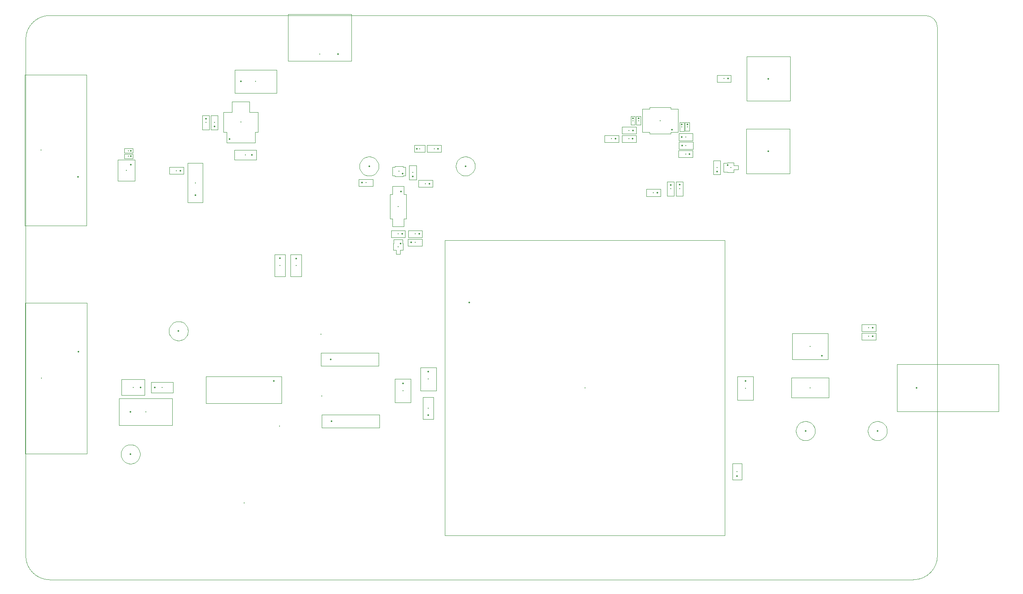
<source format=gbr>
%TF.GenerationSoftware,KiCad,Pcbnew,9.0.3*%
%TF.CreationDate,2025-09-16T13:25:54-04:00*%
%TF.ProjectId,CAEN_NEVIS_DAQ_3p3V,4341454e-5f4e-4455-9649-535f4441515f,rev?*%
%TF.SameCoordinates,Original*%
%TF.FileFunction,Component,L1,Top*%
%TF.FilePolarity,Positive*%
%FSLAX46Y46*%
G04 Gerber Fmt 4.6, Leading zero omitted, Abs format (unit mm)*
G04 Created by KiCad (PCBNEW 9.0.3) date 2025-09-16 13:25:54*
%MOMM*%
%LPD*%
G01*
G04 APERTURE LIST*
%TA.AperFunction,ComponentMain*%
%ADD10C,0.300000*%
%TD*%
%TA.AperFunction,ComponentOutline,Courtyard*%
%ADD11C,0.100000*%
%TD*%
%TA.AperFunction,ComponentPin*%
%ADD12P,0.360000X4X0.000000*%
%TD*%
%TA.AperFunction,ComponentPin*%
%ADD13C,0.100000*%
%TD*%
%TA.AperFunction,ComponentOutline,Footprint*%
%ADD14C,0.100000*%
%TD*%
%TA.AperFunction,Profile*%
%ADD15C,0.050000*%
%TD*%
G04 APERTURE END LIST*
D10*
%TO.C,LED1*%
%TO.CFtp,LED_0AS75000_WRE*%
%TO.CVal,150060GS75000*%
%TO.CLbN,Wurth_Elektronik*%
%TO.CMnt,SMD*%
%TO.CRot,0*%
X129615000Y-50235000D03*
D11*
X130714900Y-49541500D02*
X130714900Y-50928500D01*
X128515100Y-50928500D01*
X128515100Y-49541500D01*
X130714900Y-49541500D01*
D12*
%TO.P,LED1,1*%
X128986350Y-50235000D03*
D13*
%TO.P,LED1,2*%
X130243650Y-50235000D03*
%TD*%
D10*
%TO.C,C1*%
%TO.CFtp,CP_EIA-3528-12_Kemet-T*%
%TO.CVal,100uF*%
%TO.CLbN,Capacitor_Tantalum_SMD*%
%TO.CMnt,SMD*%
%TO.CRot,-90*%
X131400000Y-98225000D03*
D11*
X133045000Y-95780000D02*
X133045000Y-100670000D01*
X129755000Y-100670000D01*
X129755000Y-95780000D01*
X133045000Y-95780000D01*
D12*
%TO.P,C1,1*%
X131400000Y-96687500D03*
D13*
%TO.P,C1,2*%
X131400000Y-99762500D03*
%TD*%
D10*
%TO.C,C23*%
%TO.CFtp,C_0402_1005Metric*%
%TO.CVal,0.1uF*%
%TO.CLbN,Capacitor_SMD*%
%TO.CMnt,SMD*%
%TO.CRot,180*%
X68920000Y-51800000D03*
D11*
X69825000Y-51345000D02*
X69825000Y-52255000D01*
X68015000Y-52255000D01*
X68015000Y-51345000D01*
X69825000Y-51345000D01*
D12*
%TO.P,C23,1*%
X69400000Y-51800000D03*
D13*
%TO.P,C23,2*%
X68440000Y-51800000D03*
%TD*%
D10*
%TO.C,C15*%
%TO.CFtp,C_0603_1608Metric*%
%TO.CVal,1uF*%
%TO.CLbN,Capacitor_SMD*%
%TO.CMnt,SMD*%
%TO.CRot,-90*%
X181910000Y-58590000D03*
D11*
X182635000Y-57115000D02*
X182635000Y-60065000D01*
X181185000Y-60065000D01*
X181185000Y-57115000D01*
X182635000Y-57115000D01*
D12*
%TO.P,C15,1*%
X181910000Y-57815000D03*
D13*
%TO.P,C15,2*%
X181910000Y-59365000D03*
%TD*%
D10*
%TO.C,C16*%
%TO.CFtp,C_0603_1608Metric*%
%TO.CVal,0.1uF*%
%TO.CLbN,Capacitor_SMD*%
%TO.CMnt,SMD*%
%TO.CRot,-90*%
X85045000Y-44788750D03*
D11*
X85770000Y-43313750D02*
X85770000Y-46263750D01*
X84320000Y-46263750D01*
X84320000Y-43313750D01*
X85770000Y-43313750D01*
D12*
%TO.P,C16,1*%
X85045000Y-44013750D03*
D13*
%TO.P,C16,2*%
X85045000Y-45563750D03*
%TD*%
D10*
%TO.C,R14*%
%TO.CFtp,R_0603_1608Metric*%
%TO.CVal,150*%
%TO.CLbN,Resistor_SMD*%
%TO.CMnt,SMD*%
%TO.CRot,180*%
X193010000Y-35650000D03*
D11*
X194485000Y-34925000D02*
X194485000Y-36375000D01*
X191535000Y-36375000D01*
X191535000Y-34925000D01*
X194485000Y-34925000D01*
D12*
%TO.P,R14,1*%
X193835000Y-35650000D03*
D13*
%TO.P,R14,2*%
X192185000Y-35650000D03*
%TD*%
D10*
%TO.C,R12*%
%TO.CFtp,R_0603_1608Metric*%
%TO.CVal,24.9*%
%TO.CLbN,Resistor_SMD*%
%TO.CMnt,SMD*%
%TO.CRot,180*%
X178290000Y-59405000D03*
D11*
X179765000Y-58680000D02*
X179765000Y-60130000D01*
X176815000Y-60130000D01*
X176815000Y-58680000D01*
X179765000Y-58680000D01*
D12*
%TO.P,R12,1*%
X179115000Y-59405000D03*
D13*
%TO.P,R12,2*%
X177465000Y-59405000D03*
%TD*%
D10*
%TO.C,C18*%
%TO.CFtp,C_0402_1005Metric*%
%TO.CVal,0.1uF*%
%TO.CLbN,Capacitor_SMD*%
%TO.CMnt,SMD*%
%TO.CRot,-90*%
X185380000Y-45660000D03*
D11*
X185835000Y-44755000D02*
X185835000Y-46565000D01*
X184925000Y-46565000D01*
X184925000Y-44755000D01*
X185835000Y-44755000D01*
D12*
%TO.P,C18,1*%
X185380000Y-45180000D03*
D13*
%TO.P,C18,2*%
X185380000Y-46140000D03*
%TD*%
D10*
%TO.C,R21*%
%TO.CFtp,R_0402_1005Metric*%
%TO.CVal,10k*%
%TO.CLbN,Resistor_SMD*%
%TO.CMnt,SMD*%
%TO.CRot,-90*%
X175230000Y-44380000D03*
D11*
X175695000Y-43455000D02*
X175695000Y-45305000D01*
X174765000Y-45305000D01*
X174765000Y-43455000D01*
X175695000Y-43455000D01*
D12*
%TO.P,R21,1*%
X175230000Y-43870000D03*
D13*
%TO.P,R21,2*%
X175230000Y-44890000D03*
%TD*%
D10*
%TO.C,C11*%
%TO.CFtp,C_0805_2012Metric*%
%TO.CVal,0.1uF*%
%TO.CLbN,Capacitor_SMD*%
%TO.CMnt,SMD*%
%TO.CRot,90*%
X195750000Y-117500000D03*
D11*
X196725000Y-115805000D02*
X196725000Y-119195000D01*
X194775000Y-119195000D01*
X194775000Y-115805000D01*
X196725000Y-115805000D01*
D12*
%TO.P,C11,1*%
X195750000Y-118450000D03*
D13*
%TO.P,C11,2*%
X195750000Y-116550000D03*
%TD*%
D10*
%TO.C,R16*%
%TO.CFtp,R_0603_1608Metric*%
%TO.CVal,24.9*%
%TO.CLbN,Resistor_SMD*%
%TO.CMnt,SMD*%
%TO.CRot,0*%
X185060000Y-47810000D03*
D11*
X186535000Y-47085000D02*
X186535000Y-48535000D01*
X183585000Y-48535000D01*
X183585000Y-47085000D01*
X186535000Y-47085000D01*
D12*
%TO.P,R16,1*%
X184235000Y-47810000D03*
D13*
%TO.P,R16,2*%
X185885000Y-47810000D03*
%TD*%
D10*
%TO.C,R20*%
%TO.CFtp,R_0603_1608Metric*%
%TO.CVal,100k*%
%TO.CLbN,Resistor_SMD*%
%TO.CMnt,SMD*%
%TO.CRot,90*%
X191550000Y-54160000D03*
D11*
X192275000Y-52685000D02*
X192275000Y-55635000D01*
X190825000Y-55635000D01*
X190825000Y-52685000D01*
X192275000Y-52685000D01*
D12*
%TO.P,R20,1*%
X191550000Y-54985000D03*
D13*
%TO.P,R20,2*%
X191550000Y-53335000D03*
%TD*%
D10*
%TO.C,J3*%
%TO.CFtp,CONN_RF2-49B-T-00-50-G-HDW_ADM*%
%TO.CVal,RF2-49B-T-00-50-G-HDW*%
%TO.CLbN,Adam_Tech*%
%TO.CMnt,TH*%
%TO.CRot,-90*%
X233167999Y-100035000D03*
D11*
X250247431Y-95137800D02*
X250247431Y-104932200D01*
X229042568Y-104932200D01*
X229042568Y-95137800D01*
X250247431Y-95137800D01*
D12*
%TO.P,J3,1,SIGNAL*%
X233167999Y-100035000D03*
D13*
%TO.P,J3,2,GND*%
X235707999Y-97495000D03*
%TO.P,J3,3,GND*%
X230627999Y-97495000D03*
%TO.P,J3,4,GND*%
X230627999Y-102575000D03*
%TO.P,J3,5,GND*%
X235707999Y-102575000D03*
%TD*%
D10*
%TO.C,F1*%
%TO.CFtp,FUSE_0154010.DRL*%
%TO.CVal,0154010.DRL*%
%TO.CLbN,Little_Fuse*%
%TO.CMnt,SMD*%
%TO.CRot,0*%
X72520000Y-105045000D03*
D11*
X78073600Y-102285400D02*
X78073600Y-107804600D01*
X66966400Y-107804600D01*
X66966400Y-102285400D01*
X78073600Y-102285400D01*
D12*
%TO.P,F1,1*%
X69332300Y-105045000D03*
D13*
%TO.P,F1,2*%
X75707700Y-105045000D03*
%TD*%
D10*
%TO.C,C14*%
%TO.CFtp,CP_EIA-7343-15_Kemet-W*%
%TO.CVal,10uF*%
%TO.CLbN,Capacitor_Tantalum_SMD*%
%TO.CMnt,SMD*%
%TO.CRot,0*%
X95430000Y-36243750D03*
D11*
X99825000Y-33848750D02*
X99825000Y-38638750D01*
X91035000Y-38638750D01*
X91035000Y-33848750D01*
X99825000Y-33848750D01*
D12*
%TO.P,C14,1*%
X92317500Y-36243750D03*
D13*
%TO.P,C14,2*%
X98542500Y-36243750D03*
%TD*%
D10*
%TO.C,C19*%
%TO.CFtp,C_0603_1608Metric*%
%TO.CVal,1uF*%
%TO.CLbN,Capacitor_SMD*%
%TO.CMnt,SMD*%
%TO.CRot,0*%
X185070000Y-49590000D03*
D11*
X186545000Y-48865000D02*
X186545000Y-50315000D01*
X183595000Y-50315000D01*
X183595000Y-48865000D01*
X186545000Y-48865000D01*
D12*
%TO.P,C19,1*%
X184295000Y-49590000D03*
D13*
%TO.P,C19,2*%
X185845000Y-49590000D03*
%TD*%
D10*
%TO.C,J1*%
%TO.CFtp,691322310003*%
%TO.CVal,691322310003*%
%TO.CLbN,Wurth_Elektronik*%
%TO.CMnt,TH*%
%TO.CRot,180*%
X108760000Y-30510000D03*
D11*
X115365000Y-22215000D02*
X115365000Y-32005000D01*
X102155000Y-32005000D01*
X102155000Y-22215000D01*
X115365000Y-22215000D01*
D12*
%TO.P,J1,1*%
X112570000Y-30510000D03*
D13*
%TO.P,J1,2*%
X108760000Y-30510000D03*
%TO.P,J1,3*%
X104950000Y-30510000D03*
%TD*%
D10*
%TO.C,J4*%
%TO.CFtp,618009231121*%
%TO.CVal,618009231121*%
%TO.CLbN,Wurth_Elektronik*%
%TO.CMnt,TH*%
%TO.CRot,-90*%
X50680000Y-50550000D03*
D11*
X60175000Y-34855000D02*
X60175000Y-66245000D01*
X47265000Y-66245000D01*
X47265000Y-34855000D01*
X60175000Y-34855000D01*
D12*
%TO.P,J4,1*%
X58400000Y-56090000D03*
D13*
%TO.P,J4,2*%
X58400000Y-53320000D03*
%TO.P,J4,3*%
X58400000Y-50550000D03*
%TO.P,J4,4*%
X58400000Y-47780000D03*
%TO.P,J4,5*%
X58400000Y-45010000D03*
%TO.P,J4,6*%
X55560000Y-54705000D03*
%TO.P,J4,7*%
X55560000Y-51935000D03*
%TO.P,J4,8*%
X55560000Y-49165000D03*
%TO.P,J4,9*%
X55560000Y-46395000D03*
%TO.P,J4,S1*%
X56980000Y-38050000D03*
%TO.P,J4,S2*%
X56980000Y-63050000D03*
%TD*%
D10*
%TO.C,C22*%
%TO.CFtp,C_0402_1005Metric*%
%TO.CVal,1uF*%
%TO.CLbN,Capacitor_SMD*%
%TO.CMnt,SMD*%
%TO.CRot,180*%
X68930000Y-50660000D03*
D11*
X69835000Y-50205000D02*
X69835000Y-51115000D01*
X68025000Y-51115000D01*
X68025000Y-50205000D01*
X69835000Y-50205000D01*
D12*
%TO.P,C22,1*%
X69410000Y-50660000D03*
D13*
%TO.P,C22,2*%
X68450000Y-50660000D03*
%TD*%
D10*
%TO.C,M1*%
%TO.CFtp,SSM_TOS*%
%TO.CVal,SSM3K15AFS_LF*%
%TO.CLbN,Toshiba_Semi*%
%TO.CMnt,SMD*%
%TO.CRot,180*%
X125105000Y-70675000D03*
D11*
X126004000Y-69170401D02*
X126004000Y-70026000D01*
X126154000Y-70026000D01*
X126154000Y-71324000D01*
X125504000Y-71324000D01*
X125504000Y-72179599D01*
X124706000Y-72179599D01*
X124706000Y-71324000D01*
X124056000Y-71324000D01*
X124056000Y-70026000D01*
X124206000Y-70026000D01*
X124206000Y-69170401D01*
X126004000Y-69170401D01*
D12*
%TO.P,M1,1,1*%
X125604999Y-70000000D03*
D13*
%TO.P,M1,2,2*%
X124605001Y-70000000D03*
%TO.P,M1,3,3*%
X125105000Y-71350000D03*
%TD*%
D10*
%TO.C,U2*%
%TO.CFtp,SOT-3_ST_LIT*%
%TO.CVal,LT3080EST-PBF*%
%TO.CLbN,Analog_Devices*%
%TO.CMnt,SMD*%
%TO.CRot,0*%
X92320000Y-44703750D03*
D11*
X94143800Y-40454250D02*
X94143800Y-42600550D01*
X95921800Y-42600550D01*
X95921800Y-46806950D01*
X95299500Y-46806950D01*
X95299500Y-48953250D01*
X89340500Y-48953250D01*
X89340500Y-46806950D01*
X88718200Y-46806950D01*
X88718200Y-42600550D01*
X90496200Y-42600550D01*
X90496200Y-40454250D01*
X94143800Y-40454250D01*
D12*
%TO.P,U2,1,SET*%
X90008600Y-48196250D03*
D13*
%TO.P,U2,2,OUT*%
X92320000Y-48196250D03*
%TO.P,U2,3,IN*%
X94631400Y-48196250D03*
%TO.P,U2,4,TAB*%
X92320000Y-41203750D03*
%TD*%
D10*
%TO.C,R23*%
%TO.CFtp,R_0603_1608Metric*%
%TO.CVal,24.9*%
%TO.CLbN,Resistor_SMD*%
%TO.CMnt,SMD*%
%TO.CRot,180*%
X169570000Y-48180000D03*
D11*
X171045000Y-47455000D02*
X171045000Y-48905000D01*
X168095000Y-48905000D01*
X168095000Y-47455000D01*
X171045000Y-47455000D01*
D12*
%TO.P,R23,1*%
X170395000Y-48180000D03*
D13*
%TO.P,R23,2*%
X168745000Y-48180000D03*
%TD*%
D10*
%TO.C,R25*%
%TO.CFtp,R_0603_1608Metric*%
%TO.CVal,24.9*%
%TO.CLbN,Resistor_SMD*%
%TO.CMnt,SMD*%
%TO.CRot,180*%
X78890000Y-54820000D03*
D11*
X80365000Y-54095000D02*
X80365000Y-55545000D01*
X77415000Y-55545000D01*
X77415000Y-54095000D01*
X80365000Y-54095000D01*
D12*
%TO.P,R25,1*%
X79715000Y-54820000D03*
D13*
%TO.P,R25,2*%
X78065000Y-54820000D03*
%TD*%
D10*
%TO.C,R17*%
%TO.CFtp,R_0603_1608Metric*%
%TO.CVal,24.9*%
%TO.CLbN,Resistor_SMD*%
%TO.CMnt,SMD*%
%TO.CRot,180*%
X185020000Y-51350000D03*
D11*
X186495000Y-50625000D02*
X186495000Y-52075000D01*
X183545000Y-52075000D01*
X183545000Y-50625000D01*
X186495000Y-50625000D01*
D12*
%TO.P,R17,1*%
X185845000Y-51350000D03*
D13*
%TO.P,R17,2*%
X184195000Y-51350000D03*
%TD*%
D10*
%TO.C,3.3V_RTN1*%
%TO.CFtp,TestPoint_Keystone_5005-5009_Compact*%
%TO.CVal,5006*%
%TO.CLbN,TestPoint*%
%TO.CMnt,TH*%
%TO.CRot,0*%
X210000000Y-109000000D03*
D11*
X210142504Y-107007548D02*
X210424610Y-107048108D01*
X210698068Y-107128403D01*
X210957320Y-107246799D01*
X211197080Y-107400884D01*
X211412475Y-107587524D01*
X211599115Y-107802919D01*
X211753200Y-108042679D01*
X211871596Y-108301931D01*
X211951891Y-108575389D01*
X211992458Y-108857542D01*
X211994999Y-109000000D01*
X211992458Y-109142457D01*
X211951891Y-109424610D01*
X211871596Y-109698068D01*
X211753200Y-109957320D01*
X211599115Y-110197080D01*
X211412475Y-110412475D01*
X211197080Y-110599115D01*
X210957320Y-110753200D01*
X210698068Y-110871596D01*
X210424610Y-110951891D01*
X210142504Y-110992452D01*
X209857496Y-110992452D01*
X209575389Y-110951891D01*
X209301931Y-110871596D01*
X209042679Y-110753200D01*
X208802919Y-110599115D01*
X208587524Y-110412475D01*
X208400884Y-110197080D01*
X208246799Y-109957320D01*
X208128403Y-109698068D01*
X208048108Y-109424610D01*
X208007548Y-109142503D01*
X208007548Y-108857496D01*
X208048108Y-108575389D01*
X208128403Y-108301931D01*
X208246799Y-108042679D01*
X208400884Y-107802919D01*
X208587524Y-107587524D01*
X208802919Y-107400884D01*
X209042679Y-107246799D01*
X209301931Y-107128403D01*
X209575389Y-107048108D01*
X209857496Y-107007548D01*
X210142504Y-107007548D01*
D12*
%TO.P,3.3V_RTN1,1,1*%
X210000000Y-109000000D03*
%TD*%
D10*
%TO.C,R2*%
%TO.CFtp,R_1206_3216Metric*%
%TO.CVal,0.1*%
%TO.CLbN,Resistor_SMD*%
%TO.CMnt,SMD*%
%TO.CRot,90*%
X131390000Y-104275000D03*
D11*
X132505000Y-102000000D02*
X132505000Y-106550000D01*
X130275000Y-106550000D01*
X130275000Y-102000000D01*
X132505000Y-102000000D01*
D12*
%TO.P,R2,1*%
X131390000Y-105737500D03*
D13*
%TO.P,R2,2*%
X131390000Y-102812500D03*
%TD*%
D10*
%TO.C,J5*%
%TO.CFtp,61300311121*%
%TO.CVal,61300311121*%
%TO.CLbN,Wurth_Elektronik*%
%TO.CMnt,TH*%
%TO.CRot,90*%
X82850000Y-57370000D03*
D11*
X84415000Y-53265000D02*
X84415000Y-61475000D01*
X81285000Y-61475000D01*
X81285000Y-53265000D01*
X84415000Y-53265000D01*
D12*
%TO.P,J5,1*%
X82850000Y-59910000D03*
D13*
%TO.P,J5,2*%
X82850000Y-57370000D03*
%TO.P,J5,3*%
X82850000Y-54830000D03*
%TD*%
D10*
%TO.C,Q1*%
%TO.CFtp,ISP281D_ISO*%
%TO.CVal,ISP281D*%
%TO.CLbN,ISOCOM*%
%TO.CMnt,SMD*%
%TO.CRot,-90*%
X125105000Y-62255000D03*
D11*
X126268400Y-58056300D02*
X126268400Y-59707300D01*
X126801800Y-59707300D01*
X126801800Y-64802700D01*
X126268400Y-64802700D01*
X126268400Y-66453700D01*
X123941600Y-66453700D01*
X123941600Y-64802700D01*
X123408200Y-64802700D01*
X123408200Y-59707300D01*
X123941600Y-59707300D01*
X123941600Y-58056300D01*
X126268400Y-58056300D01*
D12*
%TO.P,Q1,1,1*%
X125740000Y-59130800D03*
D13*
%TO.P,Q1,2,2*%
X124470000Y-59130800D03*
%TO.P,Q1,3,3*%
X124470000Y-65379200D03*
%TO.P,Q1,4,4*%
X125740000Y-65379200D03*
%TD*%
D10*
%TO.C,P1*%
%TO.CFtp,conn1_1-1123824-1_TEC*%
%TO.CVal,1-1123824-1*%
%TO.CLbN,TE_Connectivity*%
%TO.CMnt,TH*%
%TO.CRot,-90*%
X202250000Y-35660000D03*
D11*
X206774000Y-31011001D02*
X206774000Y-40308999D01*
X197726000Y-40308999D01*
X197726000Y-31011001D01*
X206774000Y-31011001D01*
D12*
%TO.P,P1,1,1*%
X202250000Y-35660000D03*
D13*
%TO.P,P1,*%
X201490000Y-31990000D03*
X201490000Y-39310000D03*
%TD*%
D10*
%TO.C,R4*%
%TO.CFtp,R_0603_1608Metric*%
%TO.CVal,15k*%
%TO.CLbN,Resistor_SMD*%
%TO.CMnt,SMD*%
%TO.CRot,0*%
X128655000Y-69755000D03*
D11*
X130130000Y-69030000D02*
X130130000Y-70480000D01*
X127180000Y-70480000D01*
X127180000Y-69030000D01*
X130130000Y-69030000D01*
D12*
%TO.P,R4,1*%
X127830000Y-69755000D03*
D13*
%TO.P,R4,2*%
X129480000Y-69755000D03*
%TD*%
D10*
%TO.C,C21*%
%TO.CFtp,C_0603_1608Metric*%
%TO.CVal,1uF*%
%TO.CLbN,Capacitor_SMD*%
%TO.CMnt,SMD*%
%TO.CRot,180*%
X173210000Y-48180000D03*
D11*
X174685000Y-47455000D02*
X174685000Y-48905000D01*
X171735000Y-48905000D01*
X171735000Y-47455000D01*
X174685000Y-47455000D01*
D12*
%TO.P,C21,1*%
X173985000Y-48180000D03*
D13*
%TO.P,C21,2*%
X172435000Y-48180000D03*
%TD*%
D10*
%TO.C,C13*%
%TO.CFtp,CP_EIA-3216-10_Kemet-I*%
%TO.CVal,2.2uF*%
%TO.CLbN,Capacitor_Tantalum_SMD*%
%TO.CMnt,SMD*%
%TO.CRot,180*%
X93275000Y-51528750D03*
D11*
X95570000Y-50483750D02*
X95570000Y-52573750D01*
X90980000Y-52573750D01*
X90980000Y-50483750D01*
X95570000Y-50483750D01*
D12*
%TO.P,C13,1*%
X94625000Y-51528750D03*
D13*
%TO.P,C13,2*%
X91925000Y-51528750D03*
%TD*%
D10*
%TO.C,R26*%
%TO.CFtp,R_1206_3216Metric*%
%TO.CVal,1k*%
%TO.CLbN,Resistor_SMD*%
%TO.CMnt,SMD*%
%TO.CRot,-90*%
X100500000Y-74537500D03*
D11*
X101615000Y-72262500D02*
X101615000Y-76812500D01*
X99385000Y-76812500D01*
X99385000Y-72262500D01*
X101615000Y-72262500D01*
D12*
%TO.P,R26,1*%
X100500000Y-73075000D03*
D13*
%TO.P,R26,2*%
X100500000Y-76000000D03*
%TD*%
D10*
%TO.C,J2*%
%TO.CFtp,618009231221*%
%TO.CVal,618009231221*%
%TO.CLbN,Wurth_Elektronik*%
%TO.CMnt,TH*%
%TO.CRot,-90*%
X50760000Y-98030000D03*
D11*
X60255000Y-82335000D02*
X60255000Y-113725000D01*
X47345000Y-113725000D01*
X47345000Y-82335000D01*
X60255000Y-82335000D01*
D12*
%TO.P,J2,1*%
X58480000Y-92490000D03*
D13*
%TO.P,J2,2*%
X58480000Y-95260000D03*
%TO.P,J2,3*%
X58480000Y-98030000D03*
%TO.P,J2,4*%
X58480000Y-100800000D03*
%TO.P,J2,5*%
X58480000Y-103570000D03*
%TO.P,J2,6*%
X55640000Y-93875000D03*
%TO.P,J2,7*%
X55640000Y-96645000D03*
%TO.P,J2,8*%
X55640000Y-99415000D03*
%TO.P,J2,9*%
X55640000Y-102185000D03*
%TO.P,J2,S1*%
X57060000Y-85530000D03*
%TO.P,J2,S2*%
X57060000Y-110530000D03*
%TD*%
D10*
%TO.C,TELEM_PWR1*%
%TO.CFtp,TestPoint_Keystone_5005-5009_Compact*%
%TO.CVal,5005*%
%TO.CLbN,TestPoint*%
%TO.CMnt,TH*%
%TO.CRot,180*%
X139140000Y-53870000D03*
D11*
X139282504Y-51877548D02*
X139564610Y-51918108D01*
X139838068Y-51998403D01*
X140097320Y-52116799D01*
X140337080Y-52270884D01*
X140552475Y-52457524D01*
X140739115Y-52672919D01*
X140893200Y-52912679D01*
X141011596Y-53171931D01*
X141091891Y-53445389D01*
X141132458Y-53727542D01*
X141134999Y-53870000D01*
X141132458Y-54012457D01*
X141091891Y-54294610D01*
X141011596Y-54568068D01*
X140893200Y-54827320D01*
X140739115Y-55067080D01*
X140552475Y-55282475D01*
X140337080Y-55469115D01*
X140097320Y-55623200D01*
X139838068Y-55741596D01*
X139564610Y-55821891D01*
X139282504Y-55862452D01*
X138997496Y-55862452D01*
X138715389Y-55821891D01*
X138441931Y-55741596D01*
X138182679Y-55623200D01*
X137942919Y-55469115D01*
X137727524Y-55282475D01*
X137540884Y-55067080D01*
X137386799Y-54827320D01*
X137268403Y-54568068D01*
X137188108Y-54294610D01*
X137147548Y-54012503D01*
X137147548Y-53727496D01*
X137188108Y-53445389D01*
X137268403Y-53171931D01*
X137386799Y-52912679D01*
X137540884Y-52672919D01*
X137727524Y-52457524D01*
X137942919Y-52270884D01*
X138182679Y-52116799D01*
X138441931Y-51998403D01*
X138715389Y-51918108D01*
X138997496Y-51877548D01*
X139282504Y-51877548D01*
D12*
%TO.P,TELEM_PWR1,1,1*%
X139140000Y-53870000D03*
%TD*%
D10*
%TO.C,G\u005Cu002A\u005Cu002A\u005Cu002A*%
%TO.CFtp,NASA-Meatball-3*%
%TO.CVal,LOGO*%
%TO.CLbN,NASA_Meatball*%
%TO.CMnt,Other*%
%TO.CRot,0*%
X93000000Y-124000000D03*
%TD*%
%TO.C,C20*%
%TO.CFtp,C_0402_1005Metric*%
%TO.CVal,0.1uF*%
%TO.CLbN,Capacitor_SMD*%
%TO.CMnt,SMD*%
%TO.CRot,-90*%
X174050000Y-44380000D03*
D11*
X174505000Y-43475000D02*
X174505000Y-45285000D01*
X173595000Y-45285000D01*
X173595000Y-43475000D01*
X174505000Y-43475000D01*
D12*
%TO.P,C20,1*%
X174050000Y-43900000D03*
D13*
%TO.P,C20,2*%
X174050000Y-44860000D03*
%TD*%
D10*
%TO.C,R19*%
%TO.CFtp,R_0603_1608Metric*%
%TO.CVal,49.9k*%
%TO.CLbN,Resistor_SMD*%
%TO.CMnt,SMD*%
%TO.CRot,180*%
X223190000Y-87530000D03*
D11*
X224665000Y-86805000D02*
X224665000Y-88255000D01*
X221715000Y-88255000D01*
X221715000Y-86805000D01*
X224665000Y-86805000D01*
D12*
%TO.P,R19,1*%
X224015000Y-87530000D03*
D13*
%TO.P,R19,2*%
X222365000Y-87530000D03*
%TD*%
D10*
%TO.C,P2*%
%TO.CFtp,conn1_1-1123824-1_TEC*%
%TO.CVal,1-1123824-1*%
%TO.CLbN,TE_Connectivity*%
%TO.CMnt,TH*%
%TO.CRot,-90*%
X202210000Y-50790000D03*
D11*
X206734000Y-46141001D02*
X206734000Y-55438999D01*
X197686000Y-55438999D01*
X197686000Y-46141001D01*
X206734000Y-46141001D01*
D12*
%TO.P,P2,1,1*%
X202210000Y-50790000D03*
D13*
%TO.P,P2,*%
X201450000Y-47120000D03*
X201450000Y-54440000D03*
%TD*%
D10*
%TO.C,C5*%
%TO.CFtp,CP_EIA-3528-12_Kemet-T*%
%TO.CVal,100uF*%
%TO.CLbN,Capacitor_Tantalum_SMD*%
%TO.CMnt,SMD*%
%TO.CRot,180*%
X69870000Y-99955000D03*
D11*
X72315000Y-98310000D02*
X72315000Y-101600000D01*
X67425000Y-101600000D01*
X67425000Y-98310000D01*
X72315000Y-98310000D01*
D12*
%TO.P,C5,1*%
X71407500Y-99955000D03*
D13*
%TO.P,C5,2*%
X68332500Y-99955000D03*
%TD*%
D10*
%TO.C,R7*%
%TO.CFtp,R_0603_1608Metric*%
%TO.CVal,4.99k*%
%TO.CLbN,Resistor_SMD*%
%TO.CMnt,SMD*%
%TO.CRot,180*%
X125115000Y-67975000D03*
D11*
X126590000Y-67250000D02*
X126590000Y-68700000D01*
X123640000Y-68700000D01*
X123640000Y-67250000D01*
X126590000Y-67250000D01*
D12*
%TO.P,R7,1*%
X125940000Y-67975000D03*
D13*
%TO.P,R7,2*%
X124290000Y-67975000D03*
%TD*%
D10*
%TO.C,R9*%
%TO.CFtp,R_0603_1608Metric*%
%TO.CVal,1k*%
%TO.CLbN,Resistor_SMD*%
%TO.CMnt,SMD*%
%TO.CRot,90*%
X128163000Y-55193000D03*
D11*
X128888000Y-53718000D02*
X128888000Y-56668000D01*
X127438000Y-56668000D01*
X127438000Y-53718000D01*
X128888000Y-53718000D01*
D12*
%TO.P,R9,1*%
X128163000Y-56018000D03*
D13*
%TO.P,R9,2*%
X128163000Y-54368000D03*
%TD*%
D10*
%TO.C,R11*%
%TO.CFtp,R_0603_1608Metric*%
%TO.CVal,24.9*%
%TO.CLbN,Resistor_SMD*%
%TO.CMnt,SMD*%
%TO.CRot,-90*%
X183750000Y-58580000D03*
D11*
X184475000Y-57105000D02*
X184475000Y-60055000D01*
X183025000Y-60055000D01*
X183025000Y-57105000D01*
X184475000Y-57105000D01*
D12*
%TO.P,R11,1*%
X183750000Y-57755000D03*
D13*
%TO.P,R11,2*%
X183750000Y-59405000D03*
%TD*%
D10*
%TO.C,L1*%
%TO.CFtp,MLC1260*%
%TO.CVal,4uH*%
%TO.CLbN,CoilCraft*%
%TO.CMnt,SMD*%
%TO.CRot,-90*%
X109055000Y-88895000D03*
D14*
X121055000Y-92795000D02*
X109055000Y-92795000D01*
X109055000Y-95495000D01*
X121055000Y-95495000D01*
X121055000Y-92795000D01*
D12*
%TO.P,L1,1,1*%
X111055000Y-94145000D03*
D13*
%TO.P,L1,2,2*%
X119055000Y-94145000D03*
%TD*%
D10*
%TO.C,3.3V1*%
%TO.CFtp,TestPoint_Keystone_5005-5009_Compact*%
%TO.CVal,5005*%
%TO.CLbN,TestPoint*%
%TO.CMnt,TH*%
%TO.CRot,0*%
X225000000Y-109000000D03*
D11*
X225142504Y-107007548D02*
X225424610Y-107048108D01*
X225698068Y-107128403D01*
X225957320Y-107246799D01*
X226197080Y-107400884D01*
X226412475Y-107587524D01*
X226599115Y-107802919D01*
X226753200Y-108042679D01*
X226871596Y-108301931D01*
X226951891Y-108575389D01*
X226992458Y-108857542D01*
X226994999Y-109000000D01*
X226992458Y-109142457D01*
X226951891Y-109424610D01*
X226871596Y-109698068D01*
X226753200Y-109957320D01*
X226599115Y-110197080D01*
X226412475Y-110412475D01*
X226197080Y-110599115D01*
X225957320Y-110753200D01*
X225698068Y-110871596D01*
X225424610Y-110951891D01*
X225142504Y-110992452D01*
X224857496Y-110992452D01*
X224575389Y-110951891D01*
X224301931Y-110871596D01*
X224042679Y-110753200D01*
X223802919Y-110599115D01*
X223587524Y-110412475D01*
X223400884Y-110197080D01*
X223246799Y-109957320D01*
X223128403Y-109698068D01*
X223048108Y-109424610D01*
X223007548Y-109142503D01*
X223007548Y-108857496D01*
X223048108Y-108575389D01*
X223128403Y-108301931D01*
X223246799Y-108042679D01*
X223400884Y-107802919D01*
X223587524Y-107587524D01*
X223802919Y-107400884D01*
X224042679Y-107246799D01*
X224301931Y-107128403D01*
X224575389Y-107048108D01*
X224857496Y-107007548D01*
X225142504Y-107007548D01*
D12*
%TO.P,3.3V1,1,1*%
X225000000Y-109000000D03*
%TD*%
D10*
%TO.C,R22*%
%TO.CFtp,R_0603_1608Metric*%
%TO.CVal,24.9*%
%TO.CLbN,Resistor_SMD*%
%TO.CMnt,SMD*%
%TO.CRot,180*%
X173220000Y-46440000D03*
D11*
X174695000Y-45715000D02*
X174695000Y-47165000D01*
X171745000Y-47165000D01*
X171745000Y-45715000D01*
X174695000Y-45715000D01*
D12*
%TO.P,R22,1*%
X174045000Y-46440000D03*
D13*
%TO.P,R22,2*%
X172395000Y-46440000D03*
%TD*%
D10*
%TO.C,L3*%
%TO.CFtp,MLC1260*%
%TO.CVal,4uH*%
%TO.CLbN,CoilCraft*%
%TO.CMnt,SMD*%
%TO.CRot,-90*%
X109205000Y-101705000D03*
D14*
X121205000Y-105605000D02*
X109205000Y-105605000D01*
X109205000Y-108305000D01*
X121205000Y-108305000D01*
X121205000Y-105605000D01*
D12*
%TO.P,L3,1,1*%
X111205000Y-106955000D03*
D13*
%TO.P,L3,2,2*%
X119205000Y-106955000D03*
%TD*%
D10*
%TO.C,Secondary_RTN1*%
%TO.CFtp,TestPoint_Keystone_5005-5009_Compact*%
%TO.CVal,5006*%
%TO.CLbN,TestPoint*%
%TO.CMnt,TH*%
%TO.CRot,0*%
X79340000Y-88210000D03*
D11*
X79482504Y-86217548D02*
X79764610Y-86258108D01*
X80038068Y-86338403D01*
X80297320Y-86456799D01*
X80537080Y-86610884D01*
X80752475Y-86797524D01*
X80939115Y-87012919D01*
X81093200Y-87252679D01*
X81211596Y-87511931D01*
X81291891Y-87785389D01*
X81332458Y-88067542D01*
X81334999Y-88210000D01*
X81332458Y-88352457D01*
X81291891Y-88634610D01*
X81211596Y-88908068D01*
X81093200Y-89167320D01*
X80939115Y-89407080D01*
X80752475Y-89622475D01*
X80537080Y-89809115D01*
X80297320Y-89963200D01*
X80038068Y-90081596D01*
X79764610Y-90161891D01*
X79482504Y-90202452D01*
X79197496Y-90202452D01*
X78915389Y-90161891D01*
X78641931Y-90081596D01*
X78382679Y-89963200D01*
X78142919Y-89809115D01*
X77927524Y-89622475D01*
X77740884Y-89407080D01*
X77586799Y-89167320D01*
X77468403Y-88908068D01*
X77388108Y-88634610D01*
X77347548Y-88352503D01*
X77347548Y-88067496D01*
X77388108Y-87785389D01*
X77468403Y-87511931D01*
X77586799Y-87252679D01*
X77740884Y-87012919D01*
X77927524Y-86797524D01*
X78142919Y-86610884D01*
X78382679Y-86456799D01*
X78641931Y-86338403D01*
X78915389Y-86258108D01*
X79197496Y-86217548D01*
X79482504Y-86217548D01*
D12*
%TO.P,Secondary_RTN1,1,1*%
X79340000Y-88210000D03*
%TD*%
D10*
%TO.C,M3*%
%TO.CFtp,SSM_TOS*%
%TO.CVal,SSM3K15AFS_LF*%
%TO.CLbN,Toshiba_Semi*%
%TO.CMnt,SMD*%
%TO.CRot,-90*%
X194430000Y-54160000D03*
D11*
X195079000Y-53111000D02*
X195079000Y-53761000D01*
X195934599Y-53761000D01*
X195934599Y-54559000D01*
X195079000Y-54559000D01*
X195079000Y-55209000D01*
X193781000Y-55209000D01*
X193781000Y-55059000D01*
X192925401Y-55059000D01*
X192925401Y-53261000D01*
X193781000Y-53261000D01*
X193781000Y-53111000D01*
X195079000Y-53111000D01*
D12*
%TO.P,M3,1,1*%
X193755000Y-53660001D03*
D13*
%TO.P,M3,2,2*%
X193755000Y-54659999D03*
%TO.P,M3,3,3*%
X195105000Y-54160000D03*
%TD*%
D10*
%TO.C,U6*%
%TO.CFtp,DBV5*%
%TO.CVal,SN65LVDS2DBVR*%
%TO.CLbN,Texas_Instruments*%
%TO.CMnt,SMD*%
%TO.CRot,-90*%
X68445000Y-54750000D03*
D11*
X70218000Y-52570600D02*
X70218000Y-56929400D01*
X66672000Y-56929400D01*
X66672000Y-52570600D01*
X70218000Y-52570600D01*
D12*
%TO.P,U6,1,VCC*%
X69395001Y-53556200D03*
D13*
%TO.P,U6,2,GND*%
X68445000Y-53556200D03*
%TO.P,U6,3,A*%
X67494999Y-53556200D03*
%TO.P,U6,4,B*%
X67494999Y-55943800D03*
%TO.P,U6,5,R*%
X69395001Y-55943800D03*
%TD*%
D10*
%TO.C,U3*%
%TO.CFtp,INA28x_8SOIC*%
%TO.CVal,INA286*%
%TO.CLbN,Texas_Instruments*%
%TO.CMnt,SMD*%
%TO.CRot,180*%
X210967500Y-91427500D03*
D11*
X214667500Y-88730000D02*
X214667500Y-94125000D01*
X207267500Y-94125000D01*
X207267500Y-88730000D01*
X214667500Y-88730000D01*
D12*
%TO.P,U3,1,-IN*%
X213437500Y-93332500D03*
D13*
%TO.P,U3,2,GND*%
X213437500Y-92062500D03*
%TO.P,U3,3,REF2*%
X213437500Y-90792500D03*
%TO.P,U3,4,4*%
X213437500Y-89522500D03*
%TO.P,U3,5,OUT*%
X208497500Y-89522500D03*
%TO.P,U3,6,V+*%
X208497500Y-90792500D03*
%TO.P,U3,7,REF1*%
X208497500Y-92062500D03*
%TO.P,U3,8,+IN*%
X208497500Y-93332500D03*
%TD*%
D10*
%TO.C,C3*%
%TO.CFtp,CP_EIA-3528-12_Kemet-T*%
%TO.CVal,10uF*%
%TO.CLbN,Capacitor_Tantalum_SMD*%
%TO.CMnt,SMD*%
%TO.CRot,-90*%
X197485000Y-100115000D03*
D11*
X199130000Y-97670000D02*
X199130000Y-102560000D01*
X195840000Y-102560000D01*
X195840000Y-97670000D01*
X199130000Y-97670000D01*
D12*
%TO.P,C3,1*%
X197485000Y-98577500D03*
D13*
%TO.P,C3,2*%
X197485000Y-101652500D03*
%TD*%
D10*
%TO.C,R5*%
%TO.CFtp,R_0603_1608Metric*%
%TO.CVal,120*%
%TO.CLbN,Resistor_SMD*%
%TO.CMnt,SMD*%
%TO.CRot,180*%
X132605000Y-50235000D03*
D11*
X134080000Y-49510000D02*
X134080000Y-50960000D01*
X131130000Y-50960000D01*
X131130000Y-49510000D01*
X134080000Y-49510000D01*
D12*
%TO.P,R5,1*%
X133430000Y-50235000D03*
D13*
%TO.P,R5,2*%
X131780000Y-50235000D03*
%TD*%
D10*
%TO.C,Secondary_PWR1*%
%TO.CFtp,TestPoint_Keystone_5005-5009_Compact*%
%TO.CVal,5005*%
%TO.CLbN,TestPoint*%
%TO.CMnt,TH*%
%TO.CRot,0*%
X69340000Y-113850000D03*
D11*
X69482504Y-111857548D02*
X69764610Y-111898108D01*
X70038068Y-111978403D01*
X70297320Y-112096799D01*
X70537080Y-112250884D01*
X70752475Y-112437524D01*
X70939115Y-112652919D01*
X71093200Y-112892679D01*
X71211596Y-113151931D01*
X71291891Y-113425389D01*
X71332458Y-113707542D01*
X71334999Y-113850000D01*
X71332458Y-113992457D01*
X71291891Y-114274610D01*
X71211596Y-114548068D01*
X71093200Y-114807320D01*
X70939115Y-115047080D01*
X70752475Y-115262475D01*
X70537080Y-115449115D01*
X70297320Y-115603200D01*
X70038068Y-115721596D01*
X69764610Y-115801891D01*
X69482504Y-115842452D01*
X69197496Y-115842452D01*
X68915389Y-115801891D01*
X68641931Y-115721596D01*
X68382679Y-115603200D01*
X68142919Y-115449115D01*
X67927524Y-115262475D01*
X67740884Y-115047080D01*
X67586799Y-114807320D01*
X67468403Y-114548068D01*
X67388108Y-114274610D01*
X67347548Y-113992503D01*
X67347548Y-113707496D01*
X67388108Y-113425389D01*
X67468403Y-113151931D01*
X67586799Y-112892679D01*
X67740884Y-112652919D01*
X67927524Y-112437524D01*
X68142919Y-112250884D01*
X68382679Y-112096799D01*
X68641931Y-111978403D01*
X68915389Y-111898108D01*
X69197496Y-111857548D01*
X69482504Y-111857548D01*
D12*
%TO.P,Secondary_PWR1,1,1*%
X69340000Y-113850000D03*
%TD*%
D10*
%TO.C,R10*%
%TO.CFtp,Y14870R01000B9R_10mOhm*%
%TO.CVal,Y14870R01000B9R*%
%TO.CLbN,Foil_Resistors*%
%TO.CMnt,SMD*%
%TO.CRot,0*%
X210965000Y-100015000D03*
D11*
X214890000Y-97930000D02*
X214890000Y-102100000D01*
X207040000Y-102100000D01*
X207040000Y-97930000D01*
X214890000Y-97930000D01*
D13*
%TO.P,R10,E1*%
X207980000Y-101285000D03*
%TO.P,R10,E2*%
X213950000Y-98745000D03*
%TO.P,R10,I1*%
X208110000Y-99180000D03*
%TO.P,R10,I2*%
X213820000Y-100850000D03*
%TD*%
D10*
%TO.C,TELEM_RTN1*%
%TO.CFtp,TestPoint_Keystone_5005-5009_Compact*%
%TO.CVal,5006*%
%TO.CLbN,TestPoint*%
%TO.CMnt,TH*%
%TO.CRot,180*%
X119060000Y-53890000D03*
D11*
X119202504Y-51897548D02*
X119484610Y-51938108D01*
X119758068Y-52018403D01*
X120017320Y-52136799D01*
X120257080Y-52290884D01*
X120472475Y-52477524D01*
X120659115Y-52692919D01*
X120813200Y-52932679D01*
X120931596Y-53191931D01*
X121011891Y-53465389D01*
X121052458Y-53747542D01*
X121054999Y-53890000D01*
X121052458Y-54032457D01*
X121011891Y-54314610D01*
X120931596Y-54588068D01*
X120813200Y-54847320D01*
X120659115Y-55087080D01*
X120472475Y-55302475D01*
X120257080Y-55489115D01*
X120017320Y-55643200D01*
X119758068Y-55761596D01*
X119484610Y-55841891D01*
X119202504Y-55882452D01*
X118917496Y-55882452D01*
X118635389Y-55841891D01*
X118361931Y-55761596D01*
X118102679Y-55643200D01*
X117862919Y-55489115D01*
X117647524Y-55302475D01*
X117460884Y-55087080D01*
X117306799Y-54847320D01*
X117188403Y-54588068D01*
X117108108Y-54314610D01*
X117067548Y-54032503D01*
X117067548Y-53747496D01*
X117108108Y-53465389D01*
X117188403Y-53191931D01*
X117306799Y-52932679D01*
X117460884Y-52692919D01*
X117647524Y-52477524D01*
X117862919Y-52290884D01*
X118102679Y-52136799D01*
X118361931Y-52018403D01*
X118635389Y-51938108D01*
X118917496Y-51897548D01*
X119202504Y-51897548D01*
D12*
%TO.P,TELEM_RTN1,1,1*%
X119060000Y-53890000D03*
%TD*%
D10*
%TO.C,R8*%
%TO.CFtp,R_0603_1608Metric*%
%TO.CVal,835*%
%TO.CLbN,Resistor_SMD*%
%TO.CMnt,SMD*%
%TO.CRot,0*%
X118410000Y-57330000D03*
D11*
X119885000Y-56605000D02*
X119885000Y-58055000D01*
X116935000Y-58055000D01*
X116935000Y-56605000D01*
X119885000Y-56605000D01*
D12*
%TO.P,R8,1*%
X117585000Y-57330000D03*
D13*
%TO.P,R8,2*%
X119235000Y-57330000D03*
%TD*%
D10*
%TO.C,R1*%
%TO.CFtp,R_1206_3216Metric*%
%TO.CVal,10*%
%TO.CLbN,Resistor_SMD*%
%TO.CMnt,SMD*%
%TO.CRot,0*%
X75900000Y-99955000D03*
D11*
X78175000Y-98840000D02*
X78175000Y-101070000D01*
X73625000Y-101070000D01*
X73625000Y-98840000D01*
X78175000Y-98840000D01*
D12*
%TO.P,R1,1*%
X74437500Y-99955000D03*
D13*
%TO.P,R1,2*%
X77362500Y-99955000D03*
%TD*%
D10*
%TO.C,C2*%
%TO.CFtp,CP_EIA-3528-12_Kemet-T*%
%TO.CVal,10uF*%
%TO.CLbN,Capacitor_Tantalum_SMD*%
%TO.CMnt,SMD*%
%TO.CRot,-90*%
X126110000Y-100657500D03*
D11*
X127755000Y-98212500D02*
X127755000Y-103102500D01*
X124465000Y-103102500D01*
X124465000Y-98212500D01*
X127755000Y-98212500D01*
D12*
%TO.P,C2,1*%
X126110000Y-99120000D03*
D13*
%TO.P,C2,2*%
X126110000Y-102195000D03*
%TD*%
D10*
%TO.C,R3*%
%TO.CFtp,R_0603_1608Metric*%
%TO.CVal,180*%
%TO.CLbN,Resistor_SMD*%
%TO.CMnt,SMD*%
%TO.CRot,180*%
X130795000Y-57505000D03*
D11*
X132270000Y-56780000D02*
X132270000Y-58230000D01*
X129320000Y-58230000D01*
X129320000Y-56780000D01*
X132270000Y-56780000D01*
D12*
%TO.P,R3,1*%
X131620000Y-57505000D03*
D13*
%TO.P,R3,2*%
X129970000Y-57505000D03*
%TD*%
D10*
%TO.C,L2*%
%TO.CFtp,MSD1583-105*%
%TO.CVal,900uH to 1mH (CM) 2uH Leakage*%
%TO.CLbN,CoilCraft*%
%TO.CMnt,SMD*%
%TO.CRot,90*%
X100430000Y-107975000D03*
D14*
X85030000Y-103275000D02*
X100830000Y-103275000D01*
X100830000Y-97675000D01*
X85030000Y-97675000D01*
X85030000Y-103275000D01*
D12*
%TO.P,L2,1*%
X99230000Y-98625000D03*
D13*
%TO.P,L2,2*%
X99230000Y-102325000D03*
%TO.P,L2,3*%
X86630000Y-102325000D03*
%TO.P,L2,4*%
X86630000Y-98625000D03*
%TD*%
D10*
%TO.C,U1*%
%TO.CFtp,VHB50W-Q24-S3R3*%
%TO.CVal,VHB50W-Q24-S3R3*%
%TO.CLbN,CUI*%
%TO.CMnt,TH*%
%TO.CRot,0*%
X164015000Y-100035000D03*
D11*
X193210000Y-69290000D02*
X193210000Y-130780000D01*
X134820000Y-130780000D01*
X134820000Y-69290000D01*
X193210000Y-69290000D01*
D12*
%TO.P,U1,1,+VIN*%
X139890000Y-82255000D03*
D13*
%TO.P,U1,*%
X139890000Y-74635000D03*
X139890000Y-125435000D03*
X188140000Y-74635000D03*
X188140000Y-125435000D03*
%TO.P,U1,2,ON/OFF*%
X139890000Y-92415000D03*
%TO.P,U1,3,CASE*%
X139890000Y-107655000D03*
%TO.P,U1,4,-VIN*%
X139890000Y-117815000D03*
%TO.P,U1,5,-VO*%
X188140000Y-117815000D03*
%TO.P,U1,6,-S*%
X188140000Y-107655000D03*
%TO.P,U1,7,TRIM*%
X188140000Y-100035000D03*
%TO.P,U1,8,+S*%
X188140000Y-92415000D03*
%TO.P,U1,9,+VO*%
X188140000Y-82255000D03*
%TD*%
D10*
%TO.C,R13*%
%TO.CFtp,R_0603_1608Metric*%
%TO.CVal,330k*%
%TO.CLbN,Resistor_SMD*%
%TO.CMnt,SMD*%
%TO.CRot,90*%
X86805000Y-44788750D03*
D11*
X87530000Y-43313750D02*
X87530000Y-46263750D01*
X86080000Y-46263750D01*
X86080000Y-43313750D01*
X87530000Y-43313750D01*
D12*
%TO.P,R13,1*%
X86805000Y-45613750D03*
D13*
%TO.P,R13,2*%
X86805000Y-43963750D03*
%TD*%
D10*
%TO.C,M2*%
%TO.CFtp,ES6_TOS*%
%TO.CVal,SSM6N35FE\u002CLM*%
%TO.CLbN,Toshiba_Semi*%
%TO.CMnt,SMD*%
%TO.CRot,180*%
X125265000Y-54935000D03*
D11*
X126110900Y-53885900D02*
X126110900Y-54051000D01*
X126593500Y-54051000D01*
X126593500Y-55819000D01*
X126110900Y-55819000D01*
X126110900Y-55984100D01*
X124419100Y-55984100D01*
X124419100Y-55819000D01*
X123936500Y-55819000D01*
X123936500Y-54051000D01*
X124419100Y-54051000D01*
X124419100Y-53885900D01*
X126110900Y-53885900D01*
D12*
%TO.P,M2,1,1S*%
X126027000Y-55443000D03*
D13*
%TO.P,M2,2,1G*%
X126027000Y-54935000D03*
%TO.P,M2,3,2D*%
X126027000Y-54427000D03*
%TO.P,M2,4,2S*%
X124503000Y-54427000D03*
%TO.P,M2,5,2G*%
X124503000Y-54935000D03*
%TO.P,M2,6,1D*%
X124503000Y-55443000D03*
%TD*%
D10*
%TO.C,C24*%
%TO.CFtp,C_1206_3216Metric*%
%TO.CVal,0.1uF*%
%TO.CLbN,Capacitor_SMD*%
%TO.CMnt,SMD*%
%TO.CRot,-90*%
X103820000Y-74557500D03*
D11*
X104965000Y-72262500D02*
X104965000Y-76852500D01*
X102675000Y-76852500D01*
X102675000Y-72262500D01*
X104965000Y-72262500D01*
D12*
%TO.P,C24,1*%
X103820000Y-73082500D03*
D13*
%TO.P,C24,2*%
X103820000Y-76032500D03*
%TD*%
D10*
%TO.C,U4*%
%TO.CFtp,R_8_ADI*%
%TO.CVal,LTC2051HVCS8#TRPBF*%
%TO.CLbN,Analog_Devices*%
%TO.CMnt,SMD*%
%TO.CRot,180*%
X179720000Y-44380000D03*
D11*
X181962900Y-41629100D02*
X181962900Y-41946600D01*
X183423400Y-41946600D01*
X183423400Y-46813400D01*
X181962900Y-46813400D01*
X181962900Y-47130900D01*
X177477100Y-47130900D01*
X177477100Y-46813400D01*
X176016600Y-46813400D01*
X176016600Y-41946600D01*
X177477100Y-41946600D01*
X177477100Y-41629100D01*
X181962900Y-41629100D01*
D12*
%TO.P,U4,1,A_OUT*%
X182183800Y-46285000D03*
D13*
%TO.P,U4,2,-INA*%
X182183800Y-45015000D03*
%TO.P,U4,3,+INA*%
X182183800Y-43745000D03*
%TO.P,U4,4,VSS*%
X182183800Y-42475000D03*
%TO.P,U4,5,+INB*%
X177256200Y-42475000D03*
%TO.P,U4,6,-INB*%
X177256200Y-43745000D03*
%TO.P,U4,7,B_OUT*%
X177256200Y-45015000D03*
%TO.P,U4,8,VCC*%
X177256200Y-46285000D03*
%TD*%
D10*
%TO.C,R6*%
%TO.CFtp,R_0603_1608Metric*%
%TO.CVal,15k*%
%TO.CLbN,Resistor_SMD*%
%TO.CMnt,SMD*%
%TO.CRot,180*%
X128665000Y-67985000D03*
D11*
X130140000Y-67260000D02*
X130140000Y-68710000D01*
X127190000Y-68710000D01*
X127190000Y-67260000D01*
X130140000Y-67260000D01*
D12*
%TO.P,R6,1*%
X129490000Y-67985000D03*
D13*
%TO.P,R6,2*%
X127840000Y-67985000D03*
%TD*%
D10*
%TO.C,R18*%
%TO.CFtp,R_0603_1608Metric*%
%TO.CVal,49.9k*%
%TO.CLbN,Resistor_SMD*%
%TO.CMnt,SMD*%
%TO.CRot,180*%
X223190000Y-89310000D03*
D11*
X224665000Y-88585000D02*
X224665000Y-90035000D01*
X221715000Y-90035000D01*
X221715000Y-88585000D01*
X224665000Y-88585000D01*
D12*
%TO.P,R18,1*%
X224015000Y-89310000D03*
D13*
%TO.P,R18,2*%
X222365000Y-89310000D03*
%TD*%
D10*
%TO.C,R15*%
%TO.CFtp,R_0402_1005Metric*%
%TO.CVal,10k*%
%TO.CLbN,Resistor_SMD*%
%TO.CMnt,SMD*%
%TO.CRot,-90*%
X184240000Y-45660000D03*
D11*
X184705000Y-44735000D02*
X184705000Y-46585000D01*
X183775000Y-46585000D01*
X183775000Y-44735000D01*
X184705000Y-44735000D01*
D12*
%TO.P,R15,1*%
X184240000Y-45150000D03*
D13*
%TO.P,R15,2*%
X184240000Y-46170000D03*
%TD*%
D15*
X47500000Y-135000000D02*
X47500000Y-27500000D01*
X235000000Y-22500000D02*
G75*
G02*
X237500000Y-25000000I0J-2500000D01*
G01*
X52500000Y-22500000D02*
X235000000Y-22500000D01*
X237500000Y-135000000D02*
G75*
G02*
X232500000Y-140000000I-5000000J0D01*
G01*
X232500000Y-140000000D02*
X52500000Y-140000000D01*
X47500000Y-27500000D02*
G75*
G02*
X52500000Y-22500000I5000000J0D01*
G01*
X52500000Y-140000000D02*
G75*
G02*
X47500000Y-135000000I0J5000000D01*
G01*
X237500000Y-25000000D02*
X237500000Y-135000000D01*
M02*

</source>
